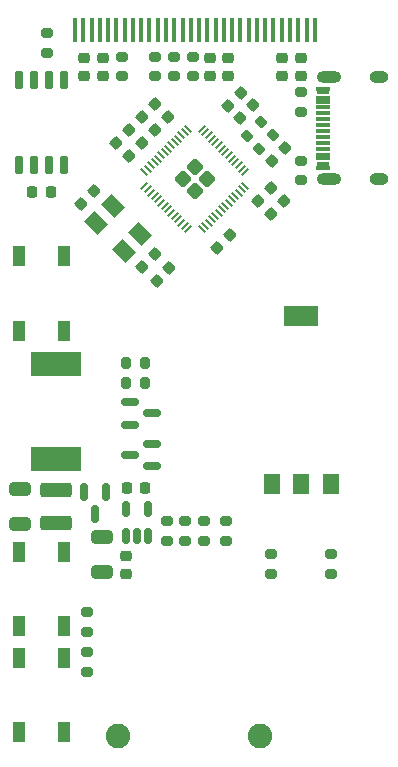
<source format=gtp>
%TF.GenerationSoftware,KiCad,Pcbnew,8.99.0-3110-g1838b2656d*%
%TF.CreationDate,2024-11-19T22:26:19+01:00*%
%TF.ProjectId,dmm_sao,646d6d5f-7361-46f2-9e6b-696361645f70,1.1*%
%TF.SameCoordinates,PX4f27ac0PY3ef1480*%
%TF.FileFunction,Paste,Top*%
%TF.FilePolarity,Positive*%
%FSLAX46Y46*%
G04 Gerber Fmt 4.6, Leading zero omitted, Abs format (unit mm)*
G04 Created by KiCad (PCBNEW 8.99.0-3110-g1838b2656d) date 2024-11-19 22:26:19*
%MOMM*%
%LPD*%
G01*
G04 APERTURE LIST*
G04 Aperture macros list*
%AMRoundRect*
0 Rectangle with rounded corners*
0 $1 Rounding radius*
0 $2 $3 $4 $5 $6 $7 $8 $9 X,Y pos of 4 corners*
0 Add a 4 corners polygon primitive as box body*
4,1,4,$2,$3,$4,$5,$6,$7,$8,$9,$2,$3,0*
0 Add four circle primitives for the rounded corners*
1,1,$1+$1,$2,$3*
1,1,$1+$1,$4,$5*
1,1,$1+$1,$6,$7*
1,1,$1+$1,$8,$9*
0 Add four rect primitives between the rounded corners*
20,1,$1+$1,$2,$3,$4,$5,0*
20,1,$1+$1,$4,$5,$6,$7,0*
20,1,$1+$1,$6,$7,$8,$9,0*
20,1,$1+$1,$8,$9,$2,$3,0*%
%AMHorizOval*
0 Thick line with rounded ends*
0 $1 width*
0 $2 $3 position (X,Y) of the first rounded end (center of the circle)*
0 $4 $5 position (X,Y) of the second rounded end (center of the circle)*
0 Add line between two ends*
20,1,$1,$2,$3,$4,$5,0*
0 Add two circle primitives to create the rounded ends*
1,1,$1,$2,$3*
1,1,$1,$4,$5*%
%AMRotRect*
0 Rectangle, with rotation*
0 The origin of the aperture is its center*
0 $1 length*
0 $2 width*
0 $3 Rotation angle, in degrees counterclockwise*
0 Add horizontal line*
21,1,$1,$2,0,0,$3*%
G04 Aperture macros list end*
%ADD10R,1.150000X0.300000*%
%ADD11R,1.100000X0.300000*%
%ADD12O,2.100000X1.000000*%
%ADD13O,1.600000X1.000000*%
%ADD14RoundRect,0.200000X0.275000X-0.200000X0.275000X0.200000X-0.275000X0.200000X-0.275000X-0.200000X0*%
%ADD15RoundRect,0.225000X-0.017678X0.335876X-0.335876X0.017678X0.017678X-0.335876X0.335876X-0.017678X0*%
%ADD16RoundRect,0.225000X0.017678X-0.335876X0.335876X-0.017678X-0.017678X0.335876X-0.335876X0.017678X0*%
%ADD17RoundRect,0.225000X0.225000X0.250000X-0.225000X0.250000X-0.225000X-0.250000X0.225000X-0.250000X0*%
%ADD18RoundRect,0.225000X-0.250000X0.225000X-0.250000X-0.225000X0.250000X-0.225000X0.250000X0.225000X0*%
%ADD19RoundRect,0.150000X-0.587500X-0.150000X0.587500X-0.150000X0.587500X0.150000X-0.587500X0.150000X0*%
%ADD20R,1.000000X1.700000*%
%ADD21RoundRect,0.200000X0.200000X0.275000X-0.200000X0.275000X-0.200000X-0.275000X0.200000X-0.275000X0*%
%ADD22RoundRect,0.250000X0.650000X-0.325000X0.650000X0.325000X-0.650000X0.325000X-0.650000X-0.325000X0*%
%ADD23RoundRect,0.250000X-0.650000X0.325000X-0.650000X-0.325000X0.650000X-0.325000X0.650000X0.325000X0*%
%ADD24RoundRect,0.200000X-0.275000X0.200000X-0.275000X-0.200000X0.275000X-0.200000X0.275000X0.200000X0*%
%ADD25RoundRect,0.150000X0.150000X-0.512500X0.150000X0.512500X-0.150000X0.512500X-0.150000X-0.512500X0*%
%ADD26RoundRect,0.225000X0.335876X0.017678X0.017678X0.335876X-0.335876X-0.017678X-0.017678X-0.335876X0*%
%ADD27RoundRect,0.200000X-0.200000X-0.275000X0.200000X-0.275000X0.200000X0.275000X-0.200000X0.275000X0*%
%ADD28RoundRect,0.200000X-0.053033X0.335876X-0.335876X0.053033X0.053033X-0.335876X0.335876X-0.053033X0*%
%ADD29R,4.200000X2.000000*%
%ADD30RoundRect,0.250000X1.075000X-0.375000X1.075000X0.375000X-1.075000X0.375000X-1.075000X-0.375000X0*%
%ADD31C,2.082800*%
%ADD32RoundRect,0.150000X-0.150000X0.650000X-0.150000X-0.650000X0.150000X-0.650000X0.150000X0.650000X0*%
%ADD33R,1.400000X1.800000*%
%ADD34R,3.000000X1.800000*%
%ADD35RoundRect,0.225000X-0.335876X-0.017678X-0.017678X-0.335876X0.335876X0.017678X0.017678X0.335876X0*%
%ADD36RoundRect,0.225000X0.250000X-0.225000X0.250000X0.225000X-0.250000X0.225000X-0.250000X-0.225000X0*%
%ADD37RoundRect,0.150000X-0.150000X0.587500X-0.150000X-0.587500X0.150000X-0.587500X0.150000X0.587500X0*%
%ADD38RoundRect,0.250000X-0.445477X0.000000X0.000000X-0.445477X0.445477X0.000000X0.000000X0.445477X0*%
%ADD39HorizOval,0.200000X-0.238649X0.238649X0.238649X-0.238649X0*%
%ADD40HorizOval,0.200000X-0.238649X-0.238649X0.238649X0.238649X0*%
%ADD41R,0.320000X2.032000*%
%ADD42RoundRect,0.150000X0.587500X0.150000X-0.587500X0.150000X-0.587500X-0.150000X0.587500X-0.150000X0*%
%ADD43RoundRect,0.225000X-0.225000X-0.250000X0.225000X-0.250000X0.225000X0.250000X-0.225000X0.250000X0*%
%ADD44RotRect,1.600000X1.300000X135.000000*%
G04 APERTURE END LIST*
D10*
%TO.C,J3*%
X27830000Y-17349999D03*
X27830000Y-16550000D03*
X27830000Y-15250001D03*
X27830000Y-14249999D03*
X27830000Y-13749999D03*
X27829999Y-12750000D03*
X27830000Y-11450000D03*
X27830000Y-10649999D03*
D11*
X27805000Y-10950000D03*
D10*
X27829999Y-11749999D03*
X27830000Y-12250000D03*
X27830001Y-13250000D03*
X27830000Y-14750000D03*
X27830001Y-15749999D03*
X27830001Y-16250001D03*
D11*
X27805000Y-17050001D03*
D12*
X28395000Y-18320002D03*
D13*
X32575000Y-18320001D03*
D12*
X28394998Y-9680000D03*
D13*
X32575000Y-9680000D03*
%TD*%
D14*
%TO.C,R7*%
X15200000Y-9625000D03*
X15200000Y-7975000D03*
%TD*%
D15*
%TO.C,C14*%
X19948008Y-23051992D03*
X18851992Y-24148008D03*
%TD*%
D16*
%TO.C,C22*%
X12551992Y-25748008D03*
X13648008Y-24651992D03*
%TD*%
%TO.C,C18*%
X20825000Y-13175000D03*
X21921016Y-12078984D03*
%TD*%
D17*
%TO.C,C13*%
X4775001Y-19400000D03*
X3224999Y-19400000D03*
%TD*%
D14*
%TO.C,R1*%
X19600000Y-48925000D03*
X19600000Y-47275000D03*
%TD*%
D18*
%TO.C,C7*%
X11150000Y-50224999D03*
X11150000Y-51775001D03*
%TD*%
D19*
%TO.C,Q2*%
X11462499Y-37200004D03*
X11462499Y-39100002D03*
X13337500Y-38150003D03*
%TD*%
D20*
%TO.C,SW1*%
X2100000Y-31150000D03*
X2100000Y-24850000D03*
X5900000Y-31150000D03*
X5900000Y-24850000D03*
%TD*%
D21*
%TO.C,R9*%
X12775000Y-33900000D03*
X11125000Y-33900000D03*
%TD*%
D22*
%TO.C,C8*%
X2200000Y-47475000D03*
X2200000Y-44525000D03*
%TD*%
D23*
%TO.C,C10*%
X9100000Y-48625000D03*
X9100000Y-51575000D03*
%TD*%
D24*
%TO.C,R3*%
X16200000Y-47275000D03*
X16200000Y-48925000D03*
%TD*%
D25*
%TO.C,U1*%
X11150000Y-48537500D03*
X12100000Y-48537500D03*
X13050000Y-48537500D03*
X13050000Y-46262500D03*
X11150000Y-46262500D03*
%TD*%
D26*
%TO.C,C17*%
X11448008Y-16348008D03*
X10351992Y-15251992D03*
%TD*%
D24*
%TO.C,R17*%
X4500000Y-5975000D03*
X4500000Y-7625000D03*
%TD*%
D27*
%TO.C,R10*%
X11125000Y-35550000D03*
X12775000Y-35550000D03*
%TD*%
D14*
%TO.C,R6*%
X13600000Y-9625000D03*
X13600000Y-7975000D03*
%TD*%
D28*
%TO.C,R15*%
X22583363Y-13516637D03*
X21416637Y-14683363D03*
%TD*%
D29*
%TO.C,LS1*%
X5250000Y-42000000D03*
X5250000Y-34000000D03*
%TD*%
D15*
%TO.C,C21*%
X8448008Y-19351992D03*
X7351992Y-20448008D03*
%TD*%
D16*
%TO.C,C20*%
X23551992Y-16748008D03*
X24648008Y-15651992D03*
%TD*%
D30*
%TO.C,L1*%
X5200000Y-47400000D03*
X5200000Y-44600000D03*
%TD*%
D28*
%TO.C,R14*%
X23633363Y-14566637D03*
X22466637Y-15733363D03*
%TD*%
D14*
%TO.C,R2*%
X14600000Y-48925000D03*
X14600000Y-47275000D03*
%TD*%
%TO.C,R16*%
X7900000Y-60025000D03*
X7900000Y-58375000D03*
%TD*%
D24*
%TO.C,R4*%
X17800000Y-47275000D03*
X17800000Y-48925000D03*
%TD*%
D14*
%TO.C,R5*%
X16800000Y-9625000D03*
X16800000Y-7975000D03*
%TD*%
D24*
%TO.C,R19*%
X28500000Y-50075000D03*
X28500000Y-51725000D03*
%TD*%
D31*
%TO.C,J2*%
X10500000Y-65500000D03*
%TD*%
D32*
%TO.C,U3*%
X5905000Y-9900003D03*
X4635000Y-9900000D03*
X3365000Y-9900000D03*
X2095001Y-9899999D03*
X2095000Y-17099997D03*
X3365000Y-17100000D03*
X4635000Y-17100000D03*
X5904999Y-17100001D03*
%TD*%
D33*
%TO.C,SW2*%
X23500000Y-44100000D03*
X28500000Y-44100000D03*
D34*
X26000000Y-29900000D03*
D33*
X26000000Y-44100000D03*
%TD*%
D35*
%TO.C,C11*%
X23451992Y-19051992D03*
X24548008Y-20148008D03*
%TD*%
D36*
%TO.C,C1*%
X26000000Y-9575001D03*
X26000000Y-8024999D03*
%TD*%
D31*
%TO.C,J1*%
X22500000Y-65500000D03*
%TD*%
D35*
%TO.C,C12*%
X22351992Y-20151992D03*
X23448008Y-21248008D03*
%TD*%
D24*
%TO.C,R18*%
X23400000Y-50075000D03*
X23400000Y-51725000D03*
%TD*%
D18*
%TO.C,C6*%
X9200000Y-8024999D03*
X9200000Y-9575001D03*
%TD*%
D26*
%TO.C,C16*%
X13648008Y-14148008D03*
X12551992Y-13051992D03*
%TD*%
%TO.C,C24*%
X14748008Y-13048008D03*
X13651992Y-11951992D03*
%TD*%
D37*
%TO.C,U2*%
X9505000Y-44802500D03*
X7605001Y-44802499D03*
X8555000Y-46677500D03*
%TD*%
D24*
%TO.C,R8*%
X10800000Y-7975000D03*
X10800000Y-9625000D03*
%TD*%
%TO.C,R12*%
X26000000Y-10975000D03*
X26000000Y-12625000D03*
%TD*%
D36*
%TO.C,C5*%
X18300000Y-9575001D03*
X18300000Y-8024999D03*
%TD*%
%TO.C,C3*%
X19800000Y-9575001D03*
X19800000Y-8024999D03*
%TD*%
D38*
%TO.C,U4*%
X17000000Y-17310051D03*
X16010051Y-18300000D03*
X17989949Y-18300000D03*
X17000000Y-19289949D03*
D39*
X16407797Y-14030841D03*
X16124956Y-14313685D03*
X15842112Y-14596528D03*
X15559270Y-14879371D03*
X15276427Y-15162214D03*
X14993584Y-15445056D03*
X14710743Y-15727898D03*
X14427900Y-16010743D03*
X14145055Y-16293583D03*
X13862214Y-16576427D03*
X13579371Y-16859269D03*
X13296529Y-17142111D03*
X13013683Y-17424956D03*
X12730840Y-17707797D03*
D40*
X12730841Y-18892203D03*
X13013685Y-19175044D03*
X13296528Y-19457888D03*
X13579371Y-19740730D03*
X13862214Y-20023573D03*
X14145056Y-20306416D03*
X14427898Y-20589257D03*
X14710743Y-20872100D03*
X14993583Y-21154945D03*
X15276427Y-21437786D03*
X15559269Y-21720629D03*
X15842111Y-22003471D03*
X16124956Y-22286317D03*
X16407797Y-22569160D03*
D39*
X17592203Y-22569159D03*
X17875044Y-22286315D03*
X18157888Y-22003472D03*
X18440730Y-21720629D03*
X18723573Y-21437786D03*
X19006416Y-21154944D03*
X19289257Y-20872102D03*
X19572100Y-20589257D03*
X19854945Y-20306417D03*
X20137786Y-20023573D03*
X20420629Y-19740731D03*
X20703471Y-19457889D03*
X20986317Y-19175044D03*
X21269160Y-18892203D03*
D40*
X21269159Y-17707797D03*
X20986315Y-17424956D03*
X20703472Y-17142112D03*
X20420629Y-16859270D03*
X20137786Y-16576427D03*
X19854944Y-16293584D03*
X19572102Y-16010743D03*
X19289257Y-15727900D03*
X19006417Y-15445055D03*
X18723573Y-15162214D03*
X18440731Y-14879371D03*
X18157889Y-14596529D03*
X17875044Y-14313683D03*
X17592203Y-14030840D03*
%TD*%
D20*
%TO.C,SW4*%
X2100000Y-56150000D03*
X2100000Y-49850000D03*
X5900000Y-56150000D03*
X5900000Y-49850000D03*
%TD*%
D14*
%TO.C,R11*%
X26000000Y-18425000D03*
X26000000Y-16775000D03*
%TD*%
D15*
%TO.C,C15*%
X14848008Y-25851992D03*
X13751992Y-26948008D03*
%TD*%
D18*
%TO.C,C4*%
X7600000Y-8024999D03*
X7600000Y-9575001D03*
%TD*%
D14*
%TO.C,R13*%
X7900000Y-56625000D03*
X7900000Y-54975000D03*
%TD*%
D41*
%TO.C,OLEDM1*%
X27150000Y-5700000D03*
X26450000Y-5700000D03*
X25750000Y-5700000D03*
X25050000Y-5700000D03*
X24350000Y-5700000D03*
X23650002Y-5700001D03*
X22949999Y-5700001D03*
X22249998Y-5699998D03*
X21550002Y-5700002D03*
X20849998Y-5700000D03*
X20149998Y-5700001D03*
X19450001Y-5700000D03*
X18749998Y-5700000D03*
X18050000Y-5699998D03*
X17350000Y-5699999D03*
X16649998Y-5700000D03*
X15950000Y-5699998D03*
X15250001Y-5699999D03*
X14550000Y-5700002D03*
X13849999Y-5699998D03*
X13150002Y-5699999D03*
X12449998Y-5700002D03*
X11750001Y-5700001D03*
X11050001Y-5699998D03*
X10350000Y-5700002D03*
X9650000Y-5700002D03*
X8949998Y-5700000D03*
X8250000Y-5700000D03*
X7550000Y-5700000D03*
X6850002Y-5700001D03*
%TD*%
D42*
%TO.C,Q1*%
X13337502Y-42599997D03*
X13337501Y-40700001D03*
X11462500Y-41650000D03*
%TD*%
D16*
%TO.C,C19*%
X19775000Y-12125000D03*
X20871016Y-11028984D03*
%TD*%
D43*
%TO.C,C9*%
X11224999Y-44500000D03*
X12775001Y-44500000D03*
%TD*%
D20*
%TO.C,SW3*%
X2100000Y-65150000D03*
X2100000Y-58850000D03*
X5900000Y-65150000D03*
X5900000Y-58850000D03*
%TD*%
D44*
%TO.C,Y1*%
X12373833Y-22959619D03*
X10040381Y-20626167D03*
X8626167Y-22040381D03*
X10959619Y-24373833D03*
%TD*%
D26*
%TO.C,C23*%
X12548008Y-15248008D03*
X11451992Y-14151992D03*
%TD*%
D36*
%TO.C,C2*%
X24400000Y-9575001D03*
X24400000Y-8024999D03*
%TD*%
M02*

</source>
